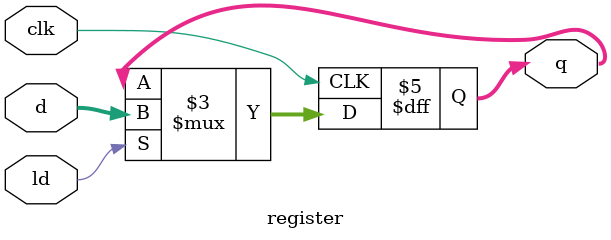
<source format=v>
module register #(parameter WIDTH = 4)(
         input ld,
         input clk,
         input [WIDTH-1:0] d,
         output reg [WIDTH-1:0] q
    );
    
    always@(posedge clk)
    begin
        if(ld)  
            q = d;
        else 
            q = q;    
    end
    
endmodule    
</source>
